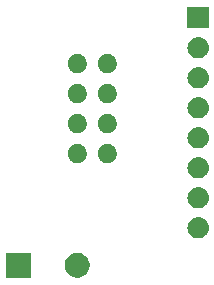
<source format=gbs>
G04 #@! TF.GenerationSoftware,KiCad,Pcbnew,(5.0.1-3-g963ef8bb5)*
G04 #@! TF.CreationDate,2018-11-22T11:30:25+08:00*
G04 #@! TF.ProjectId,nRF24-breakout,6E524632342D627265616B6F75742E6B,1.0*
G04 #@! TF.SameCoordinates,Original*
G04 #@! TF.FileFunction,Soldermask,Bot*
G04 #@! TF.FilePolarity,Negative*
%FSLAX46Y46*%
G04 Gerber Fmt 4.6, Leading zero omitted, Abs format (unit mm)*
G04 Created by KiCad (PCBNEW (5.0.1-3-g963ef8bb5)) date 2018 November 22, Thursday 11:30:25*
%MOMM*%
%LPD*%
G01*
G04 APERTURE LIST*
%ADD10C,0.100000*%
G04 APERTURE END LIST*
D10*
G36*
X160246565Y-108844389D02*
X160437834Y-108923615D01*
X160609976Y-109038637D01*
X160756363Y-109185024D01*
X160871385Y-109357166D01*
X160950611Y-109548435D01*
X160991000Y-109751484D01*
X160991000Y-109958516D01*
X160950611Y-110161565D01*
X160871385Y-110352834D01*
X160756363Y-110524976D01*
X160609976Y-110671363D01*
X160437834Y-110786385D01*
X160246565Y-110865611D01*
X160043516Y-110906000D01*
X159836484Y-110906000D01*
X159633435Y-110865611D01*
X159442166Y-110786385D01*
X159270024Y-110671363D01*
X159123637Y-110524976D01*
X159008615Y-110352834D01*
X158929389Y-110161565D01*
X158889000Y-109958516D01*
X158889000Y-109751484D01*
X158929389Y-109548435D01*
X159008615Y-109357166D01*
X159123637Y-109185024D01*
X159270024Y-109038637D01*
X159442166Y-108923615D01*
X159633435Y-108844389D01*
X159836484Y-108804000D01*
X160043516Y-108804000D01*
X160246565Y-108844389D01*
X160246565Y-108844389D01*
G37*
G36*
X155991000Y-110906000D02*
X153889000Y-110906000D01*
X153889000Y-108804000D01*
X155991000Y-108804000D01*
X155991000Y-110906000D01*
X155991000Y-110906000D01*
G37*
G36*
X170290443Y-105785519D02*
X170356627Y-105792037D01*
X170469853Y-105826384D01*
X170526467Y-105843557D01*
X170665087Y-105917652D01*
X170682991Y-105927222D01*
X170718729Y-105956552D01*
X170820186Y-106039814D01*
X170903448Y-106141271D01*
X170932778Y-106177009D01*
X170932779Y-106177011D01*
X171016443Y-106333533D01*
X171016443Y-106333534D01*
X171067963Y-106503373D01*
X171085359Y-106680000D01*
X171067963Y-106856627D01*
X171033616Y-106969853D01*
X171016443Y-107026467D01*
X170942348Y-107165087D01*
X170932778Y-107182991D01*
X170903448Y-107218729D01*
X170820186Y-107320186D01*
X170718729Y-107403448D01*
X170682991Y-107432778D01*
X170682989Y-107432779D01*
X170526467Y-107516443D01*
X170469853Y-107533616D01*
X170356627Y-107567963D01*
X170290443Y-107574481D01*
X170224260Y-107581000D01*
X170135740Y-107581000D01*
X170069557Y-107574481D01*
X170003373Y-107567963D01*
X169890147Y-107533616D01*
X169833533Y-107516443D01*
X169677011Y-107432779D01*
X169677009Y-107432778D01*
X169641271Y-107403448D01*
X169539814Y-107320186D01*
X169456552Y-107218729D01*
X169427222Y-107182991D01*
X169417652Y-107165087D01*
X169343557Y-107026467D01*
X169326384Y-106969853D01*
X169292037Y-106856627D01*
X169274641Y-106680000D01*
X169292037Y-106503373D01*
X169343557Y-106333534D01*
X169343557Y-106333533D01*
X169427221Y-106177011D01*
X169427222Y-106177009D01*
X169456552Y-106141271D01*
X169539814Y-106039814D01*
X169641271Y-105956552D01*
X169677009Y-105927222D01*
X169694913Y-105917652D01*
X169833533Y-105843557D01*
X169890147Y-105826384D01*
X170003373Y-105792037D01*
X170069557Y-105785519D01*
X170135740Y-105779000D01*
X170224260Y-105779000D01*
X170290443Y-105785519D01*
X170290443Y-105785519D01*
G37*
G36*
X170290443Y-103245519D02*
X170356627Y-103252037D01*
X170469853Y-103286384D01*
X170526467Y-103303557D01*
X170665087Y-103377652D01*
X170682991Y-103387222D01*
X170718729Y-103416552D01*
X170820186Y-103499814D01*
X170903448Y-103601271D01*
X170932778Y-103637009D01*
X170932779Y-103637011D01*
X171016443Y-103793533D01*
X171016443Y-103793534D01*
X171067963Y-103963373D01*
X171085359Y-104140000D01*
X171067963Y-104316627D01*
X171033616Y-104429853D01*
X171016443Y-104486467D01*
X170942348Y-104625087D01*
X170932778Y-104642991D01*
X170903448Y-104678729D01*
X170820186Y-104780186D01*
X170718729Y-104863448D01*
X170682991Y-104892778D01*
X170682989Y-104892779D01*
X170526467Y-104976443D01*
X170469853Y-104993616D01*
X170356627Y-105027963D01*
X170290442Y-105034482D01*
X170224260Y-105041000D01*
X170135740Y-105041000D01*
X170069557Y-105034481D01*
X170003373Y-105027963D01*
X169890147Y-104993616D01*
X169833533Y-104976443D01*
X169677011Y-104892779D01*
X169677009Y-104892778D01*
X169641271Y-104863448D01*
X169539814Y-104780186D01*
X169456552Y-104678729D01*
X169427222Y-104642991D01*
X169417652Y-104625087D01*
X169343557Y-104486467D01*
X169326384Y-104429853D01*
X169292037Y-104316627D01*
X169274641Y-104140000D01*
X169292037Y-103963373D01*
X169343557Y-103793534D01*
X169343557Y-103793533D01*
X169427221Y-103637011D01*
X169427222Y-103637009D01*
X169456552Y-103601271D01*
X169539814Y-103499814D01*
X169641271Y-103416552D01*
X169677009Y-103387222D01*
X169694913Y-103377652D01*
X169833533Y-103303557D01*
X169890147Y-103286384D01*
X170003373Y-103252037D01*
X170069558Y-103245518D01*
X170135740Y-103239000D01*
X170224260Y-103239000D01*
X170290443Y-103245519D01*
X170290443Y-103245519D01*
G37*
G36*
X170290443Y-100705519D02*
X170356627Y-100712037D01*
X170469853Y-100746384D01*
X170526467Y-100763557D01*
X170576130Y-100790103D01*
X170682991Y-100847222D01*
X170718729Y-100876552D01*
X170820186Y-100959814D01*
X170903448Y-101061271D01*
X170932778Y-101097009D01*
X170932779Y-101097011D01*
X171016443Y-101253533D01*
X171016443Y-101253534D01*
X171067963Y-101423373D01*
X171085359Y-101600000D01*
X171067963Y-101776627D01*
X171033616Y-101889853D01*
X171016443Y-101946467D01*
X170942348Y-102085087D01*
X170932778Y-102102991D01*
X170903448Y-102138729D01*
X170820186Y-102240186D01*
X170718729Y-102323448D01*
X170682991Y-102352778D01*
X170682989Y-102352779D01*
X170526467Y-102436443D01*
X170469853Y-102453616D01*
X170356627Y-102487963D01*
X170290442Y-102494482D01*
X170224260Y-102501000D01*
X170135740Y-102501000D01*
X170069558Y-102494482D01*
X170003373Y-102487963D01*
X169890147Y-102453616D01*
X169833533Y-102436443D01*
X169677011Y-102352779D01*
X169677009Y-102352778D01*
X169641271Y-102323448D01*
X169539814Y-102240186D01*
X169456552Y-102138729D01*
X169427222Y-102102991D01*
X169417652Y-102085087D01*
X169343557Y-101946467D01*
X169326384Y-101889853D01*
X169292037Y-101776627D01*
X169274641Y-101600000D01*
X169292037Y-101423373D01*
X169343557Y-101253534D01*
X169343557Y-101253533D01*
X169427221Y-101097011D01*
X169427222Y-101097009D01*
X169456552Y-101061271D01*
X169539814Y-100959814D01*
X169641271Y-100876552D01*
X169677009Y-100847222D01*
X169783870Y-100790103D01*
X169833533Y-100763557D01*
X169890147Y-100746384D01*
X170003373Y-100712037D01*
X170069557Y-100705519D01*
X170135740Y-100699000D01*
X170224260Y-100699000D01*
X170290443Y-100705519D01*
X170290443Y-100705519D01*
G37*
G36*
X162712143Y-99623243D02*
X162860103Y-99684531D01*
X162883531Y-99700185D01*
X162993258Y-99773502D01*
X163106500Y-99886744D01*
X163147405Y-99947963D01*
X163195471Y-100019899D01*
X163256759Y-100167859D01*
X163288001Y-100324926D01*
X163288001Y-100485076D01*
X163256759Y-100642143D01*
X163195471Y-100790103D01*
X163106499Y-100923259D01*
X162993259Y-101036499D01*
X162860103Y-101125471D01*
X162712143Y-101186759D01*
X162555076Y-101218001D01*
X162394926Y-101218001D01*
X162237859Y-101186759D01*
X162089899Y-101125471D01*
X161956743Y-101036499D01*
X161843503Y-100923259D01*
X161754531Y-100790103D01*
X161693243Y-100642143D01*
X161662001Y-100485076D01*
X161662001Y-100324926D01*
X161693243Y-100167859D01*
X161754531Y-100019899D01*
X161802597Y-99947963D01*
X161843502Y-99886744D01*
X161956744Y-99773502D01*
X162066471Y-99700185D01*
X162089899Y-99684531D01*
X162237859Y-99623243D01*
X162394926Y-99592001D01*
X162555076Y-99592001D01*
X162712143Y-99623243D01*
X162712143Y-99623243D01*
G37*
G36*
X160172143Y-99623243D02*
X160320103Y-99684531D01*
X160343531Y-99700185D01*
X160453258Y-99773502D01*
X160566500Y-99886744D01*
X160607405Y-99947963D01*
X160655471Y-100019899D01*
X160716759Y-100167859D01*
X160748001Y-100324926D01*
X160748001Y-100485076D01*
X160716759Y-100642143D01*
X160655471Y-100790103D01*
X160566499Y-100923259D01*
X160453259Y-101036499D01*
X160320103Y-101125471D01*
X160172143Y-101186759D01*
X160015076Y-101218001D01*
X159854926Y-101218001D01*
X159697859Y-101186759D01*
X159549899Y-101125471D01*
X159416743Y-101036499D01*
X159303503Y-100923259D01*
X159214531Y-100790103D01*
X159153243Y-100642143D01*
X159122001Y-100485076D01*
X159122001Y-100324926D01*
X159153243Y-100167859D01*
X159214531Y-100019899D01*
X159262597Y-99947963D01*
X159303502Y-99886744D01*
X159416744Y-99773502D01*
X159526471Y-99700185D01*
X159549899Y-99684531D01*
X159697859Y-99623243D01*
X159854926Y-99592001D01*
X160015076Y-99592001D01*
X160172143Y-99623243D01*
X160172143Y-99623243D01*
G37*
G36*
X170290443Y-98165519D02*
X170356627Y-98172037D01*
X170469853Y-98206384D01*
X170526467Y-98223557D01*
X170576130Y-98250103D01*
X170682991Y-98307222D01*
X170718729Y-98336552D01*
X170820186Y-98419814D01*
X170903448Y-98521271D01*
X170932778Y-98557009D01*
X170932779Y-98557011D01*
X171016443Y-98713533D01*
X171016443Y-98713534D01*
X171067963Y-98883373D01*
X171085359Y-99060000D01*
X171067963Y-99236627D01*
X171033616Y-99349853D01*
X171016443Y-99406467D01*
X170942348Y-99545087D01*
X170932778Y-99562991D01*
X170908970Y-99592001D01*
X170820186Y-99700186D01*
X170718729Y-99783448D01*
X170682991Y-99812778D01*
X170682989Y-99812779D01*
X170526467Y-99896443D01*
X170469853Y-99913616D01*
X170356627Y-99947963D01*
X170290443Y-99954481D01*
X170224260Y-99961000D01*
X170135740Y-99961000D01*
X170069557Y-99954481D01*
X170003373Y-99947963D01*
X169890147Y-99913616D01*
X169833533Y-99896443D01*
X169677011Y-99812779D01*
X169677009Y-99812778D01*
X169641271Y-99783448D01*
X169539814Y-99700186D01*
X169451030Y-99592001D01*
X169427222Y-99562991D01*
X169417652Y-99545087D01*
X169343557Y-99406467D01*
X169326384Y-99349853D01*
X169292037Y-99236627D01*
X169274641Y-99060000D01*
X169292037Y-98883373D01*
X169343557Y-98713534D01*
X169343557Y-98713533D01*
X169427221Y-98557011D01*
X169427222Y-98557009D01*
X169456552Y-98521271D01*
X169539814Y-98419814D01*
X169641271Y-98336552D01*
X169677009Y-98307222D01*
X169783870Y-98250103D01*
X169833533Y-98223557D01*
X169890147Y-98206384D01*
X170003373Y-98172037D01*
X170069557Y-98165519D01*
X170135740Y-98159000D01*
X170224260Y-98159000D01*
X170290443Y-98165519D01*
X170290443Y-98165519D01*
G37*
G36*
X162712143Y-97083243D02*
X162860103Y-97144531D01*
X162883531Y-97160185D01*
X162993258Y-97233502D01*
X163106500Y-97346744D01*
X163147405Y-97407963D01*
X163195471Y-97479899D01*
X163256759Y-97627859D01*
X163288001Y-97784926D01*
X163288001Y-97945076D01*
X163256759Y-98102143D01*
X163195471Y-98250103D01*
X163106499Y-98383259D01*
X162993259Y-98496499D01*
X162860103Y-98585471D01*
X162712143Y-98646759D01*
X162555076Y-98678001D01*
X162394926Y-98678001D01*
X162237859Y-98646759D01*
X162089899Y-98585471D01*
X161956743Y-98496499D01*
X161843503Y-98383259D01*
X161754531Y-98250103D01*
X161693243Y-98102143D01*
X161662001Y-97945076D01*
X161662001Y-97784926D01*
X161693243Y-97627859D01*
X161754531Y-97479899D01*
X161802597Y-97407963D01*
X161843502Y-97346744D01*
X161956744Y-97233502D01*
X162066471Y-97160185D01*
X162089899Y-97144531D01*
X162237859Y-97083243D01*
X162394926Y-97052001D01*
X162555076Y-97052001D01*
X162712143Y-97083243D01*
X162712143Y-97083243D01*
G37*
G36*
X160172143Y-97083243D02*
X160320103Y-97144531D01*
X160343531Y-97160185D01*
X160453258Y-97233502D01*
X160566500Y-97346744D01*
X160607405Y-97407963D01*
X160655471Y-97479899D01*
X160716759Y-97627859D01*
X160748001Y-97784926D01*
X160748001Y-97945076D01*
X160716759Y-98102143D01*
X160655471Y-98250103D01*
X160566499Y-98383259D01*
X160453259Y-98496499D01*
X160320103Y-98585471D01*
X160172143Y-98646759D01*
X160015076Y-98678001D01*
X159854926Y-98678001D01*
X159697859Y-98646759D01*
X159549899Y-98585471D01*
X159416743Y-98496499D01*
X159303503Y-98383259D01*
X159214531Y-98250103D01*
X159153243Y-98102143D01*
X159122001Y-97945076D01*
X159122001Y-97784926D01*
X159153243Y-97627859D01*
X159214531Y-97479899D01*
X159262597Y-97407963D01*
X159303502Y-97346744D01*
X159416744Y-97233502D01*
X159526471Y-97160185D01*
X159549899Y-97144531D01*
X159697859Y-97083243D01*
X159854926Y-97052001D01*
X160015076Y-97052001D01*
X160172143Y-97083243D01*
X160172143Y-97083243D01*
G37*
G36*
X170290442Y-95625518D02*
X170356627Y-95632037D01*
X170469853Y-95666384D01*
X170526467Y-95683557D01*
X170576130Y-95710103D01*
X170682991Y-95767222D01*
X170718729Y-95796552D01*
X170820186Y-95879814D01*
X170903448Y-95981271D01*
X170932778Y-96017009D01*
X170932779Y-96017011D01*
X171016443Y-96173533D01*
X171016443Y-96173534D01*
X171067963Y-96343373D01*
X171085359Y-96520000D01*
X171067963Y-96696627D01*
X171033616Y-96809853D01*
X171016443Y-96866467D01*
X170942348Y-97005087D01*
X170932778Y-97022991D01*
X170908970Y-97052001D01*
X170820186Y-97160186D01*
X170718729Y-97243448D01*
X170682991Y-97272778D01*
X170682989Y-97272779D01*
X170526467Y-97356443D01*
X170469853Y-97373616D01*
X170356627Y-97407963D01*
X170290442Y-97414482D01*
X170224260Y-97421000D01*
X170135740Y-97421000D01*
X170069558Y-97414482D01*
X170003373Y-97407963D01*
X169890147Y-97373616D01*
X169833533Y-97356443D01*
X169677011Y-97272779D01*
X169677009Y-97272778D01*
X169641271Y-97243448D01*
X169539814Y-97160186D01*
X169451030Y-97052001D01*
X169427222Y-97022991D01*
X169417652Y-97005087D01*
X169343557Y-96866467D01*
X169326384Y-96809853D01*
X169292037Y-96696627D01*
X169274641Y-96520000D01*
X169292037Y-96343373D01*
X169343557Y-96173534D01*
X169343557Y-96173533D01*
X169427221Y-96017011D01*
X169427222Y-96017009D01*
X169456552Y-95981271D01*
X169539814Y-95879814D01*
X169641271Y-95796552D01*
X169677009Y-95767222D01*
X169783870Y-95710103D01*
X169833533Y-95683557D01*
X169890147Y-95666384D01*
X170003373Y-95632037D01*
X170069558Y-95625518D01*
X170135740Y-95619000D01*
X170224260Y-95619000D01*
X170290442Y-95625518D01*
X170290442Y-95625518D01*
G37*
G36*
X162712143Y-94543243D02*
X162860103Y-94604531D01*
X162883531Y-94620185D01*
X162993258Y-94693502D01*
X163106500Y-94806744D01*
X163147405Y-94867963D01*
X163195471Y-94939899D01*
X163256759Y-95087859D01*
X163288001Y-95244926D01*
X163288001Y-95405076D01*
X163256759Y-95562143D01*
X163195471Y-95710103D01*
X163106499Y-95843259D01*
X162993259Y-95956499D01*
X162860103Y-96045471D01*
X162712143Y-96106759D01*
X162555076Y-96138001D01*
X162394926Y-96138001D01*
X162237859Y-96106759D01*
X162089899Y-96045471D01*
X161956743Y-95956499D01*
X161843503Y-95843259D01*
X161754531Y-95710103D01*
X161693243Y-95562143D01*
X161662001Y-95405076D01*
X161662001Y-95244926D01*
X161693243Y-95087859D01*
X161754531Y-94939899D01*
X161802597Y-94867963D01*
X161843502Y-94806744D01*
X161956744Y-94693502D01*
X162066471Y-94620185D01*
X162089899Y-94604531D01*
X162237859Y-94543243D01*
X162394926Y-94512001D01*
X162555076Y-94512001D01*
X162712143Y-94543243D01*
X162712143Y-94543243D01*
G37*
G36*
X160172143Y-94543243D02*
X160320103Y-94604531D01*
X160343531Y-94620185D01*
X160453258Y-94693502D01*
X160566500Y-94806744D01*
X160607405Y-94867963D01*
X160655471Y-94939899D01*
X160716759Y-95087859D01*
X160748001Y-95244926D01*
X160748001Y-95405076D01*
X160716759Y-95562143D01*
X160655471Y-95710103D01*
X160566499Y-95843259D01*
X160453259Y-95956499D01*
X160320103Y-96045471D01*
X160172143Y-96106759D01*
X160015076Y-96138001D01*
X159854926Y-96138001D01*
X159697859Y-96106759D01*
X159549899Y-96045471D01*
X159416743Y-95956499D01*
X159303503Y-95843259D01*
X159214531Y-95710103D01*
X159153243Y-95562143D01*
X159122001Y-95405076D01*
X159122001Y-95244926D01*
X159153243Y-95087859D01*
X159214531Y-94939899D01*
X159262597Y-94867963D01*
X159303502Y-94806744D01*
X159416744Y-94693502D01*
X159526471Y-94620185D01*
X159549899Y-94604531D01*
X159697859Y-94543243D01*
X159854926Y-94512001D01*
X160015076Y-94512001D01*
X160172143Y-94543243D01*
X160172143Y-94543243D01*
G37*
G36*
X170290443Y-93085519D02*
X170356627Y-93092037D01*
X170469853Y-93126384D01*
X170526467Y-93143557D01*
X170576130Y-93170103D01*
X170682991Y-93227222D01*
X170718729Y-93256552D01*
X170820186Y-93339814D01*
X170903448Y-93441271D01*
X170932778Y-93477009D01*
X170932779Y-93477011D01*
X171016443Y-93633533D01*
X171016443Y-93633534D01*
X171067963Y-93803373D01*
X171085359Y-93980000D01*
X171067963Y-94156627D01*
X171033616Y-94269853D01*
X171016443Y-94326467D01*
X170942348Y-94465087D01*
X170932778Y-94482991D01*
X170908970Y-94512001D01*
X170820186Y-94620186D01*
X170718729Y-94703448D01*
X170682991Y-94732778D01*
X170682989Y-94732779D01*
X170526467Y-94816443D01*
X170469853Y-94833616D01*
X170356627Y-94867963D01*
X170290443Y-94874481D01*
X170224260Y-94881000D01*
X170135740Y-94881000D01*
X170069557Y-94874481D01*
X170003373Y-94867963D01*
X169890147Y-94833616D01*
X169833533Y-94816443D01*
X169677011Y-94732779D01*
X169677009Y-94732778D01*
X169641271Y-94703448D01*
X169539814Y-94620186D01*
X169451030Y-94512001D01*
X169427222Y-94482991D01*
X169417652Y-94465087D01*
X169343557Y-94326467D01*
X169326384Y-94269853D01*
X169292037Y-94156627D01*
X169274641Y-93980000D01*
X169292037Y-93803373D01*
X169343557Y-93633534D01*
X169343557Y-93633533D01*
X169427221Y-93477011D01*
X169427222Y-93477009D01*
X169456552Y-93441271D01*
X169539814Y-93339814D01*
X169641271Y-93256552D01*
X169677009Y-93227222D01*
X169783870Y-93170103D01*
X169833533Y-93143557D01*
X169890147Y-93126384D01*
X170003373Y-93092037D01*
X170069557Y-93085519D01*
X170135740Y-93079000D01*
X170224260Y-93079000D01*
X170290443Y-93085519D01*
X170290443Y-93085519D01*
G37*
G36*
X162712143Y-92003243D02*
X162860103Y-92064531D01*
X162883531Y-92080185D01*
X162993258Y-92153502D01*
X163106500Y-92266744D01*
X163147405Y-92327963D01*
X163195471Y-92399899D01*
X163256759Y-92547859D01*
X163288001Y-92704926D01*
X163288001Y-92865076D01*
X163256759Y-93022143D01*
X163195471Y-93170103D01*
X163106499Y-93303259D01*
X162993259Y-93416499D01*
X162860103Y-93505471D01*
X162712143Y-93566759D01*
X162555076Y-93598001D01*
X162394926Y-93598001D01*
X162237859Y-93566759D01*
X162089899Y-93505471D01*
X161956743Y-93416499D01*
X161843503Y-93303259D01*
X161754531Y-93170103D01*
X161693243Y-93022143D01*
X161662001Y-92865076D01*
X161662001Y-92704926D01*
X161693243Y-92547859D01*
X161754531Y-92399899D01*
X161802597Y-92327963D01*
X161843502Y-92266744D01*
X161956744Y-92153502D01*
X162066471Y-92080185D01*
X162089899Y-92064531D01*
X162237859Y-92003243D01*
X162394926Y-91972001D01*
X162555076Y-91972001D01*
X162712143Y-92003243D01*
X162712143Y-92003243D01*
G37*
G36*
X160172143Y-92003243D02*
X160320103Y-92064531D01*
X160343531Y-92080185D01*
X160453258Y-92153502D01*
X160566500Y-92266744D01*
X160607405Y-92327963D01*
X160655471Y-92399899D01*
X160716759Y-92547859D01*
X160748001Y-92704926D01*
X160748001Y-92865076D01*
X160716759Y-93022143D01*
X160655471Y-93170103D01*
X160566499Y-93303259D01*
X160453259Y-93416499D01*
X160320103Y-93505471D01*
X160172143Y-93566759D01*
X160015076Y-93598001D01*
X159854926Y-93598001D01*
X159697859Y-93566759D01*
X159549899Y-93505471D01*
X159416743Y-93416499D01*
X159303503Y-93303259D01*
X159214531Y-93170103D01*
X159153243Y-93022143D01*
X159122001Y-92865076D01*
X159122001Y-92704926D01*
X159153243Y-92547859D01*
X159214531Y-92399899D01*
X159262597Y-92327963D01*
X159303502Y-92266744D01*
X159416744Y-92153502D01*
X159526471Y-92080185D01*
X159549899Y-92064531D01*
X159697859Y-92003243D01*
X159854926Y-91972001D01*
X160015076Y-91972001D01*
X160172143Y-92003243D01*
X160172143Y-92003243D01*
G37*
G36*
X170290443Y-90545519D02*
X170356627Y-90552037D01*
X170469853Y-90586384D01*
X170526467Y-90603557D01*
X170665087Y-90677652D01*
X170682991Y-90687222D01*
X170718729Y-90716552D01*
X170820186Y-90799814D01*
X170903448Y-90901271D01*
X170932778Y-90937009D01*
X170932779Y-90937011D01*
X171016443Y-91093533D01*
X171016443Y-91093534D01*
X171067963Y-91263373D01*
X171085359Y-91440000D01*
X171067963Y-91616627D01*
X171033616Y-91729853D01*
X171016443Y-91786467D01*
X170942348Y-91925087D01*
X170932778Y-91942991D01*
X170908970Y-91972001D01*
X170820186Y-92080186D01*
X170718729Y-92163448D01*
X170682991Y-92192778D01*
X170682989Y-92192779D01*
X170526467Y-92276443D01*
X170469853Y-92293616D01*
X170356627Y-92327963D01*
X170290443Y-92334481D01*
X170224260Y-92341000D01*
X170135740Y-92341000D01*
X170069557Y-92334481D01*
X170003373Y-92327963D01*
X169890147Y-92293616D01*
X169833533Y-92276443D01*
X169677011Y-92192779D01*
X169677009Y-92192778D01*
X169641271Y-92163448D01*
X169539814Y-92080186D01*
X169451030Y-91972001D01*
X169427222Y-91942991D01*
X169417652Y-91925087D01*
X169343557Y-91786467D01*
X169326384Y-91729853D01*
X169292037Y-91616627D01*
X169274641Y-91440000D01*
X169292037Y-91263373D01*
X169343557Y-91093534D01*
X169343557Y-91093533D01*
X169427221Y-90937011D01*
X169427222Y-90937009D01*
X169456552Y-90901271D01*
X169539814Y-90799814D01*
X169641271Y-90716552D01*
X169677009Y-90687222D01*
X169694913Y-90677652D01*
X169833533Y-90603557D01*
X169890147Y-90586384D01*
X170003373Y-90552037D01*
X170069558Y-90545518D01*
X170135740Y-90539000D01*
X170224260Y-90539000D01*
X170290443Y-90545519D01*
X170290443Y-90545519D01*
G37*
G36*
X171081000Y-89801000D02*
X169279000Y-89801000D01*
X169279000Y-87999000D01*
X171081000Y-87999000D01*
X171081000Y-89801000D01*
X171081000Y-89801000D01*
G37*
M02*

</source>
